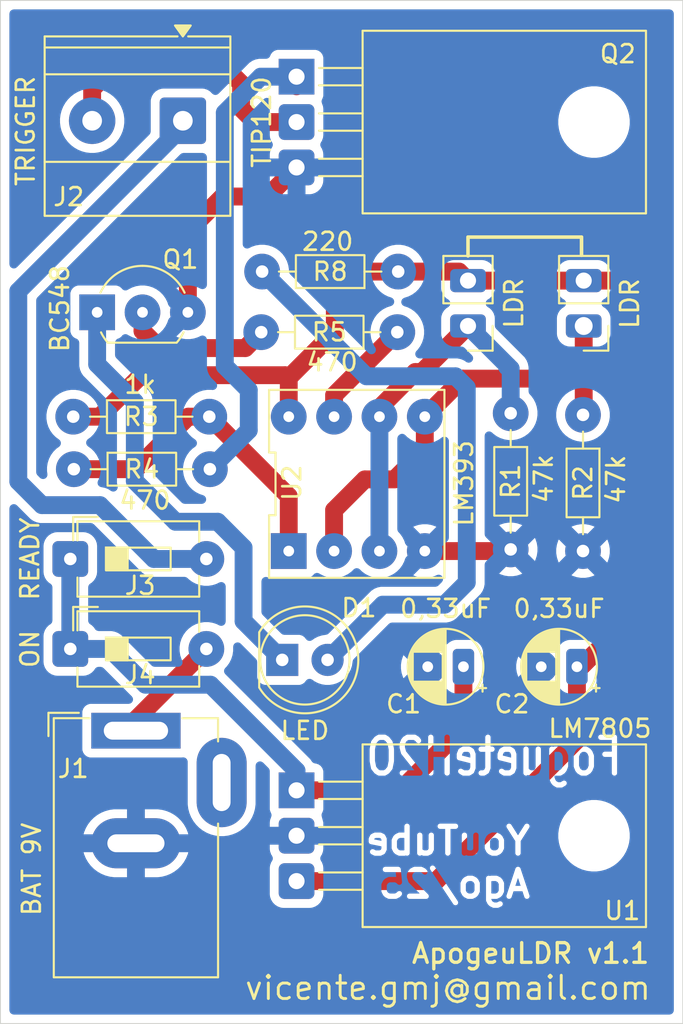
<source format=kicad_pcb>
(kicad_pcb (version 20241229) (generator "pcbnew") (generator_version "9.0")
  (layers (0 "F.Cu" signal) (2 "B.Cu" signal) (13 "F.Paste" user) (15 "B.Paste" user) (5 "F.SilkS" user "F.Silkscreen") (7 "B.SilkS" user "B.Silkscreen") (1 "F.Mask" user) (3 "B.Mask" user) (25 "Edge.Cuts" user))
  (net 0 "")
  (net 1 "Net-(J1-Pin_1)")
  (net 2 "/VCC")
  (net 3 "Net-(J2-Pin_1)")
  (net 4 "Net-(R3-Pad2)")
  (net 5 "/GND")
  (net 6 "Net-(D1-A)")
  (net 7 "Net-(Q2-B)")
  (net 8 "Net-(J2-Pin_2)")
  (net 9 "Net-(Q1-B)")
  (net 10 "Net-(D1-K)")
  (net 11 "Net-(R5-Pad1)")
  (net 12 "Net-(U2A-+)")
  (net 13 "Net-(U2A--)")
  (net 14 "Net-(J3-Pin_1)")
  (footprint "Button_Switch_THT:SW_DIP_SPSTx01_Slide_6.7x4.1mm_W7.62mm_P2.54mm_LowProfile" (layer "F.Cu") (at 103.33628 97.297742)
    (property "Reference" "J4" (at 3.91372 1.452258 180) (layer "F.SilkS"))
    (property "Value" "ON" (at -2.258842 0.003603 90) (layer "F.SilkS"))
    (fp_line (start 0.16 -2.35) (end 0.16 -1.04) (stroke (width 0.12)) (layer "F.SilkS"))
    (fp_line (start 0.16 -2.35) (end 1.543 -2.35) (stroke (width 0.12)) (layer "F.SilkS"))
    (fp_line (start 0.4 -2.11) (end 0.4 -1.04) (stroke (width 0.12)) (layer "F.SilkS"))
    (fp_line (start 0.4 -2.11) (end 7.22 -2.11) (stroke (width 0.12)) (layer "F.SilkS"))
    (fp_line (start 0.4 1.04) (end 0.4 2.11) (stroke (width 0.12)) (layer "F.SilkS"))
    (fp_line (start 0.4 2.11) (end 7.22 2.11) (stroke (width 0.12)) (layer "F.SilkS"))
    (fp_line (start 3.206667 -0.635) (end 3.206667 0.635) (stroke (width 0.12)) (layer "F.SilkS"))
    (fp_line (start 7.22 -2.11) (end 7.22 -0.96) (stroke (width 0.12)) (layer "F.SilkS"))
    (fp_line (start 7.22 0.96) (end 7.22 2.11) (stroke (width 0.12)) (layer "F.SilkS"))
    (fp_rect (start 2 -0.635) (end 3.206667 0.635) (stroke (width 0.12)) (fill yes) (layer "F.SilkS"))
    (fp_rect (start 2 -0.635) (end 5.62 0.635) (stroke (width 0.12)) (fill no) (layer "F.SilkS"))
    (pad "1" thru_hole roundrect (at 0 0) (size 2 2) (drill 0.7) (layers "*.Cu" "*.Mask") (roundrect_rratio 0.15625) (net 14 "Net-(J3-Pin_1)"))
    (pad "2" thru_hole circle (at 7.62 0) (size 2 2) (drill 0.7) (layers "*.Cu" "*.Mask") (net 1 "Net-(J1-Pin_1)"))
  )
  (footprint "Resistor_THT:R_Axial_DIN0204_L3.6mm_D1.6mm_P7.62mm_Horizontal" (layer "F.Cu") (at 132.050842 84.198424 -90)
    (property "Reference" "R2" (at 3.81 0 270) (layer "F.SilkS"))
    (property "Value" "47k" (at 3.605254 -1.840536 270) (layer "F.SilkS"))
    (fp_line (start 0.94 0) (end 1.89 0) (stroke (width 0.12)) (layer "F.SilkS"))
    (fp_line (start 6.68 0) (end 5.73 0) (stroke (width 0.12)) (layer "F.SilkS"))
    (fp_rect (start 1.89 -0.92) (end 5.73 0.92) (stroke (width 0.12)) (fill no) (layer "F.SilkS"))
    (pad "1" thru_hole circle (at 0 0 270) (size 2 2) (drill 0.7) (layers "*.Cu" "*.Mask") (net 13 "Net-(U2A--)"))
    (pad "2" thru_hole circle (at 7.62 0 270) (size 2 2) (drill 0.7) (layers "*.Cu" "*.Mask") (net 5 "/GND"))
  )
  (footprint "Resistor_THT:R_Axial_DIN0204_L3.6mm_D1.6mm_P7.62mm_Horizontal" (layer "F.Cu") (at 103.533062 87.239116)
    (property "Reference" "R4" (at 3.81 0 0) (layer "F.SilkS"))
    (property "Value" "470" (at 3.982403 1.74609 0) (layer "F.SilkS"))
    (fp_line (start 0.94 0) (end 1.89 0) (stroke (width 0.12)) (layer "F.SilkS"))
    (fp_line (start 6.68 0) (end 5.73 0) (stroke (width 0.12)) (layer "F.SilkS"))
    (fp_rect (start 1.89 -0.92) (end 5.73 0.92) (stroke (width 0.12)) (fill no) (layer "F.SilkS"))
    (pad "1" thru_hole circle (at 0 0) (size 2 2) (drill 0.7) (layers "*.Cu" "*.Mask") (net 4 "Net-(R3-Pad2)"))
    (pad "2" thru_hole circle (at 7.62 0) (size 2 2) (drill 0.7) (layers "*.Cu" "*.Mask") (net 7 "Net-(Q2-B)"))
  )
  (footprint "Resistor_THT:R_Axial_DIN0204_L3.6mm_D1.6mm_P7.62mm_Horizontal" (layer "F.Cu") (at 121.7 76.18 180)
    (property "Reference" "R8" (at 3.81 0 0) (layer "F.SilkS"))
    (property "Value" "220" (at 3.95 1.68 0) (layer "F.SilkS"))
    (fp_line (start 6.68 0) (end 5.73 0) (stroke (width 0.12)) (layer "F.SilkS"))
    (fp_line (start 0.94 0) (end 1.89 0) (stroke (width 0.12)) (layer "F.SilkS"))
    (fp_rect (start 1.89 -0.92) (end 5.73 0.92) (stroke (width 0.12)) (fill no) (layer "F.SilkS"))
    (pad "1" thru_hole circle (at 0 0 180) (size 2 2) (drill 0.7) (layers "*.Cu" "*.Mask") (net 2 "/VCC"))
    (pad "2" thru_hole circle (at 7.62 0 180) (size 2 2) (drill 0.7) (layers "*.Cu" "*.Mask") (net 6 "Net-(D1-A)"))
  )
  (footprint "Package_TO_SOT_THT:TO-92L_Inline_Wide" (layer "F.Cu") (at 104.84 78.46)
    (property "Reference" "Q1" (at 4.66 -2.96 0) (layer "F.SilkS"))
    (property "Value" "BC548" (at -2.09 -0.21 90) (layer "F.SilkS"))
    (fp_line (start 0.6 1.7) (end 4.45 1.7) (stroke (width 0.12)) (layer "F.SilkS"))
    (fp_arc (start 0.1836 -1.098807) (mid 1.143021 -2.192817) (end 2.54 -2.6) (stroke (width 0.12)) (layer "F.SilkS"))
    (fp_arc (start 0.6 1.7) (mid 0.389183 1.423933) (end 0.217369 1.122045) (stroke (width 0.12)) (layer "F.SilkS"))
    (fp_arc (start 2.54 -2.6) (mid 3.936979 -2.192818) (end 4.8964 -1.098807) (stroke (width 0.12)) (layer "F.SilkS"))
    (fp_arc (start 4.842383 1.112264) (mid 4.666594 1.419753) (end 4.45 1.7) (stroke (width 0.12)) (layer "F.SilkS"))
    (pad "1" thru_hole rect (at 0 0) (size 2 2) (drill 0.6) (layers "*.Cu" "*.Mask") (net 10 "Net-(D1-K)"))
    (pad "2" thru_hole circle (at 2.54 0) (size 2 2) (drill 0.6) (layers "*.Cu" "*.Mask") (net 9 "Net-(Q1-B)"))
    (pad "3" thru_hole circle (at 5.08 0) (size 2 2) (drill 0.6) (layers "*.Cu" "*.Mask") (net 5 "/GND"))
  )
  (footprint "Connector_PinHeader_2.54mm:PinHeader_1x02_P2.54mm_Vertical" (layer "F.Cu") (at 125.61 79.225 180)
    (property "Reference" "R6" (hide yes))
    (property "Value" "LDR" (at -2.57 1.275 90) (layer "F.SilkS"))
    (fp_line (start 1.38 1.27) (end 1.38 3.92) (stroke (width 0.12)) (layer "F.SilkS"))
    (fp_line (start -1.38 3.92) (end 1.38 3.92) (stroke (width 0.12)) (layer "F.SilkS"))
    (fp_line (start -1.38 1.27) (end 1.38 1.27) (stroke (width 0.12)) (layer "F.SilkS"))
    (fp_line (start -1.38 1.27) (end -1.38 3.92) (stroke (width 0.12)) (layer "F.SilkS"))
    (fp_line (start -1.38 0) (end -1.38 -1.38) (stroke (width 0.12)) (layer "F.SilkS"))
    (fp_line (start -1.38 -1.38) (end 0 -1.38) (stroke (width 0.12)) (layer "F.SilkS"))
    (pad "1" thru_hole roundrect (at 0 0 180) (size 2 1.3) (drill 0.9) (layers "*.Cu" "*.Mask") (roundrect_rratio 0.2) (net 12 "Net-(U2A-+)"))
    (pad "2" thru_hole roundrect (at 0 2.54 180) (size 2 1.3) (drill 0.9) (layers "*.Cu" "*.Mask") (roundrect_rratio 0.2) (net 2 "/VCC"))
  )
  (footprint "Package_TO_SOT_THT:TO-220-3_Horizontal_TabDown" (layer "F.Cu") (at 116.007297 65.27298 -90)
    (property "Reference" "Q2" (at -1.27298 -17.992703 180) (layer "F.SilkS"))
    (property "Value" "TIP120" (at 2.54 1.95 90) (layer "F.SilkS"))
    (fp_line (start -2.57 -3.7) (end 7.65 -3.7) (stroke (width 0.12)) (layer "F.SilkS"))
    (fp_line (start -2.57 -3.7) (end -2.57 -19.57) (stroke (width 0.12)) (layer "F.SilkS"))
    (fp_line (start -0.485 -3.7) (end -0.485 -1.26) (stroke (width 0.12)) (layer "F.SilkS"))
    (fp_line (start 0.485 -3.7) (end 0.485 -1.26) (stroke (width 0.12)) (layer "F.SilkS"))
    (fp_line (start 2.055 -3.7) (end 2.055 -1.26) (stroke (width 0.12)) (layer "F.SilkS"))
    (fp_line (start 3.025 -3.7) (end 3.025 -1.26) (stroke (width 0.12)) (layer "F.SilkS"))
    (fp_line (start 4.595 -3.7) (end 4.595 -1.26) (stroke (width 0.12)) (layer "F.SilkS"))
    (fp_line (start 5.565 -3.7) (end 5.565 -1.26) (stroke (width 0.12)) (layer "F.SilkS"))
    (fp_line (start 7.65 -3.7) (end 7.65 -19.57) (stroke (width 0.12)) (layer "F.SilkS"))
    (fp_line (start -2.57 -19.57) (end 7.65 -19.57) (stroke (width 0.12)) (layer "F.SilkS"))
    (pad "" np_thru_hole circle (at 2.54 -16.66 270) (size 3.5 3.5) (drill 3.5) (layers "*.Cu" "*.Mask"))
    (pad "1" thru_hole rect (at 0 0 270) (size 2 2) (drill 0.9) (layers "*.Cu" "*.Mask") (net 7 "Net-(Q2-B)"))
    (pad "2" thru_hole roundrect (at 2.54 0 270) (size 2 2) (drill 0.9) (layers "*.Cu" "*.Mask") (roundrect_rratio 0.15625) (net 8 "Net-(J2-Pin_2)"))
    (pad "3" thru_hole roundrect (at 5.08 0 270) (size 2 2) (drill 0.9) (layers "*.Cu" "*.Mask") (roundrect_rratio 0.15625) (net 5 "/GND"))
  )
  (footprint "Resistor_THT:R_Axial_DIN0204_L3.6mm_D1.6mm_P7.62mm_Horizontal" (layer "F.Cu") (at 103.5 84.3)
    (property "Reference" "R3" (at 3.81 0 0) (layer "F.SilkS"))
    (property "Value" "1k" (at 3.75 -1.8 0) (layer "F.SilkS"))
    (fp_line (start 0.94 0) (end 1.89 0) (stroke (width 0.12)) (layer "F.SilkS"))
    (fp_line (start 6.68 0) (end 5.73 0) (stroke (width 0.12)) (layer "F.SilkS"))
    (fp_rect (start 1.89 -0.92) (end 5.73 0.92) (stroke (width 0.12)) (fill no) (layer "F.SilkS"))
    (pad "1" thru_hole circle (at 0 0) (size 2 2) (drill 0.7) (layers "*.Cu" "*.Mask") (net 2 "/VCC"))
    (pad "2" thru_hole circle (at 7.62 0) (size 2 2) (drill 0.7) (layers "*.Cu" "*.Mask") (net 4 "Net-(R3-Pad2)"))
  )
  (footprint "Button_Switch_THT:SW_DIP_SPSTx01_Slide_6.7x4.1mm_W7.62mm_P2.54mm_LowProfile" (layer "F.Cu") (at 103.33628 92.2625)
    (property "Reference" "J3" (at 3.91372 1.4875 0) (layer "F.SilkS"))
    (property "Value" "READY" (at -2.258842 0 90) (layer "F.SilkS"))
    (fp_line (start 0.16 -2.35) (end 0.16 -1.04) (stroke (width 0.12)) (layer "F.SilkS"))
    (fp_line (start 0.16 -2.35) (end 1.543 -2.35) (stroke (width 0.12)) (layer "F.SilkS"))
    (fp_line (start 0.4 -2.11) (end 0.4 -1.04) (stroke (width 0.12)) (layer "F.SilkS"))
    (fp_line (start 0.4 -2.11) (end 7.22 -2.11) (stroke (width 0.12)) (layer "F.SilkS"))
    (fp_line (start 0.4 1.04) (end 0.4 2.11) (stroke (width 0.12)) (layer "F.SilkS"))
    (fp_line (start 0.4 2.11) (end 7.22 2.11) (stroke (width 0.12)) (layer "F.SilkS"))
    (fp_line (start 3.206667 -0.635) (end 3.206667 0.635) (stroke (width 0.12)) (layer "F.SilkS"))
    (fp_line (start 7.22 -2.11) (end 7.22 -0.96) (stroke (width 0.12)) (layer "F.SilkS"))
    (fp_line (start 7.22 0.96) (end 7.22 2.11) (stroke (width 0.12)) (layer "F.SilkS"))
    (fp_rect (start 2 -0.635) (end 3.206667 0.635) (stroke (width 0.12)) (fill yes) (layer "F.SilkS"))
    (fp_rect (start 2 -0.635) (end 5.62 0.635) (stroke (width 0.12)) (fill no) (layer "F.SilkS"))
    (pad "1" thru_hole roundrect (at 0 0) (size 2 2) (drill 0.7) (layers "*.Cu" "*.Mask") (roundrect_rratio 0.15625) (net 14 "Net-(J3-Pin_1)"))
    (pad "2" thru_hole circle (at 7.62 0) (size 2 2) (drill 0.7) (layers "*.Cu" "*.Mask") (net 3 "Net-(J2-Pin_1)"))
  )
  (footprint "Capacitor_THT:CP_Radial_D4.0mm_P2.00mm" (layer "F.Cu") (at 125.354443 98.292287 180)
    (property "Reference" "C1" (at 3.354443 -2.09 0) (layer "F.SilkS"))
    (property "Value" "0,33uF" (at 1 3.25 0) (layer "F.SilkS"))
    (fp_line (start 3.08 -0.37) (end 3.08 0.37) (stroke (width 0.12)) (layer "F.SilkS"))
    (fp_line (start 3.04 -0.537) (end 3.04 0.537) (stroke (width 0.12)) (layer "F.SilkS"))
    (fp_line (start 3 -0.663) (end 3 0.663) (stroke (width 0.12)) (layer "F.SilkS"))
    (fp_line (start 2.96 -0.768) (end 2.96 0.768) (stroke (width 0.12)) (layer "F.SilkS"))
    (fp_line (start 2.92 -0.859) (end 2.92 0.859) (stroke (width 0.12)) (layer "F.SilkS"))
    (fp_line (start 2.88 -0.94) (end 2.88 0.94) (stroke (width 0.12)) (layer "F.SilkS"))
    (fp_line (start 2.84 -1.013) (end 2.84 1.013) (stroke (width 0.12)) (layer "F.SilkS"))
    (fp_line (start 2.8 0.84) (end 2.8 1.08) (stroke (width 0.12)) (layer "F.SilkS"))
    (fp_line (start 2.8 -1.08) (end 2.8 -0.84) (stroke (width 0.12)) (layer "F.SilkS"))
    (fp_line (start 2.76 0.84) (end 2.76 1.142) (stroke (width 0.12)) (layer "F.SilkS"))
    (fp_line (start 2.76 -1.142) (end 2.76 -0.84) (stroke (width 0.12)) (layer "F.SilkS"))
    (fp_line (start 2.72 0.84) (end 2.72 1.199) (stroke (width 0.12)) (layer "F.SilkS"))
    (fp_line (start 2.72 -1.199) (end 2.72 -0.84) (stroke (width 0.12)) (layer "F.SilkS"))
    (fp_line (start 2.68 0.84) (end 2.68 1.253) (stroke (width 0.12)) (layer "F.SilkS"))
    (fp_line (start 2.68 -1.253) (end 2.68 -0.84) (stroke (width 0.12)) (layer "F.SilkS"))
    (fp_line (start 2.64 0.84) (end 2.64 1.303) (stroke (width 0.12)) (layer "F.SilkS"))
    (fp_line (start 2.64 -1.303) (end 2.64 -0.84) (stroke (width 0.12)) (layer "F.SilkS"))
    (fp_line (start 2.6 0.84) (end 2.6 1.351) (stroke (width 0.12)) (layer "F.SilkS"))
    (fp_line (start 2.6 -1.351) (end 2.6 -0.84) (stroke (width 0.12)) (layer "F.SilkS"))
    (fp_line (start 2.56 0.84) (end 2.56 1.396) (stroke (width 0.12)) (layer "F.SilkS"))
    (fp_line (start 2.56 -1.396) (end 2.56 -0.84) (stroke (width 0.12)) (layer "F.SilkS"))
    (fp_line (start 2.52 0.84) (end 2.52 1.438) (stroke (width 0.12)) (layer "F.SilkS"))
    (fp_line (start 2.52 -1.438) (end 2.52 -0.84) (stroke (width 0.12)) (layer "F.SilkS"))
    (fp_line (start 2.48 0.84) (end 2.48 1.478) (stroke (width 0.12)) (layer "F.SilkS"))
    (fp_line (start 2.48 -1.478) (end 2.48 -0.84) (stroke (width 0.12)) (layer "F.SilkS"))
    (fp_line (start 2.44 0.84) (end 2.44 1.516) (stroke (width 0.12)) (layer "F.SilkS"))
    (fp_line (start 2.44 -1.516) (end 2.44 -0.84) (stroke (width 0.12)) (layer "F.SilkS"))
    (fp_line (start 2.4 0.84) (end 2.4 1.552) (stroke (width 0.12)) (layer "F.SilkS"))
    (fp_line (start 2.4 -1.552) (end 2.4 -0.84) (stroke (width 0.12)) (layer "F.SilkS"))
    (fp_line (start 2.36 0.84) (end 2.36 1.586) (stroke (width 0.12)) (layer "F.SilkS"))
    (fp_line (start 2.36 -1.586) (end 2.36 -0.84) (stroke (width 0.12)) (layer "F.SilkS"))
    (fp_line (start 2.32 0.84) (end 2.32 1.619) (stroke (width 0.12)) (layer "F.SilkS"))
    (fp_line (start 2.32 -1.619) (end 2.32 -0.84) (stroke (width 0.12)) (layer "F.SilkS"))
    (fp_line (start 2.28 0.84) (end 2.28 1.65) (stroke (width 0.12)) (layer "F.SilkS"))
    (fp_line (start 2.28 -1.65) (end 2.28 -0.84) (stroke (width 0.12)) (layer "F.SilkS"))
    (fp_line (start 2.24 0.84) (end 2.24 1.68) (stroke (width 0.12)) (layer "F.SilkS"))
    (fp_line (start 2.24 -1.68) (end 2.24 -0.84) (stroke (width 0.12)) (layer "F.SilkS"))
    (fp_line (start 2.2 0.84) (end 2.2 1.708) (stroke (width 0.12)) (layer "F.SilkS"))
    (fp_line (start 2.2 -1.708) (end 2.2 -0.84) (stroke (width 0.12)) (layer "F.SilkS"))
    (fp_line (start 2.16 0.84) (end 2.16 1.734) (stroke (width 0.12)) (layer "F.SilkS"))
    (fp_line (start 2.16 -1.734) (end 2.16 -0.84) (stroke (width 0.12)) (layer "F.SilkS"))
    (fp_line (start 2.12 0.84) (end 2.12 1.76) (stroke (width 0.12)) (layer "F.SilkS"))
    (fp_line (start 2.12 -1.76) (end 2.12 -0.84) (stroke (width 0.12)) (layer "F.SilkS"))
    (fp_line (start 2.08 0.84) (end 2.08 1.784) (stroke (width 0.12)) (layer "F.SilkS"))
    (fp_line (start 2.08 -1.784) (end 2.08 -0.84) (stroke (width 0.12)) (layer "F.SilkS"))
    (fp_line (start 2.04 0.84) (end 2.04 1.807) (stroke (width 0.12)) (layer "F.SilkS"))
    (fp_line (start 2.04 -1.807) (end 2.04 -0.84) (stroke (width 0.12)) (layer "F.SilkS"))
    (fp_line (start 2 0.84) (end 2 1.829) (stroke (width 0.12)) (layer "F.SilkS"))
    (fp_line (start 2 -1.829) (end 2 -0.84) (stroke (width 0.12)) (layer "F.SilkS"))
    (fp_line (start 1.96 0.84) (end 1.96 1.85) (stroke (width 0.12)) (layer "F.SilkS"))
    (fp_line (start 1.96 -1.85) (end 1.96 -0.84) (stroke (width 0.12)) (layer "F.SilkS"))
    (fp_line (start 1.92 0.84) (end 1.92 1.87) (stroke (width 0.12)) (layer "F.SilkS"))
    (fp_line (start 1.92 -1.87) (end 1.92 -0.84) (stroke (width 0.12)) (layer "F.SilkS"))
    (fp_line (start 1.88 0.84) (end 1.88 1.889) (stroke (width 0.12)) (layer "F.SilkS"))
    (fp_line (start 1.88 -1.889) (end 1.88 -0.84) (stroke (width 0.12)) (layer "F.SilkS"))
    (fp_line (start 1.84 0.84) (end 1.84 1.906) (stroke (width 0.12)) (layer "F.SilkS"))
    (fp_line (start 1.84 -1.906) (end 1.84 -0.84) (stroke (width 0.12)) (layer "F.SilkS"))
    (fp_line (start 1.8 0.84) (end 1.8 1.923) (stroke (width 0.12)) (layer "F.SilkS"))
    (fp_line (start 1.8 -1.923) (end 1.8 -0.84) (stroke (width 0.12)) (layer "F.SilkS"))
    (fp_line (start 1.76 0.84) (end 1.76 1.939) (stroke (width 0.12)) (layer "F.SilkS"))
    (fp_line (start 1.76 -1.939) (end 1.76 -0.84) (stroke (width 0.12)) (layer "F.SilkS"))
    (fp_line (start 1.72 0.84) (end 1.72 1.954) (stroke (width 0.12)) (layer "F.SilkS"))
    (fp_line (start 1.72 -1.954) (end 1.72 -0.84) (stroke (width 0.12)) (layer "F.SilkS"))
    (fp_line (start 1.68 0.84) (end 1.68 1.968) (stroke (width 0.12)) (layer "F.SilkS"))
    (fp_line (start 1.68 -1.968) (end 1.68 -0.84) (stroke (width 0.12)) (layer "F.SilkS"))
    (fp_line (start 1.64 0.84) (end 1.64 1.981) (stroke (width 0.12)) (layer "F.SilkS"))
    (fp_line (start 1.64 -1.981) (end 1.64 -0.84) (stroke (width 0.12)) (layer "F.SilkS"))
    (fp_line (start 1.6 0.84) (end 1.6 1.993) (stroke (width 0.12)) (layer "F.SilkS"))
    (fp_line (start 1.6 -1.993) (end 1.6 -0.84) (stroke (width 0.12)) (layer "F.SilkS"))
    (fp_line (start 1.56 0.84) (end 1.56 2.005) (stroke (width 0.12)) (layer "F.SilkS"))
    (fp_line (start 1.56 -2.005) (end 1.56 -0.84) (stroke (width 0.12)) (layer "F.SilkS"))
    (fp_line (start 1.52 0.84) (end 1.52 2.015) (stroke (width 0.12)) (layer "F.SilkS"))
    (fp_line (start 1.52 -2.015) (end 1.52 -0.84) (stroke (width 0.12)) (layer "F.SilkS"))
    (fp_line (start 1.48 0.84) (end 1.48 2.025) (stroke (width 0.12)) (layer "F.SilkS"))
    (fp_line (start 1.48 -2.025) (end 1.48 -0.84) (stroke (width 0.12)) (layer "F.SilkS"))
    (fp_line (start 1.44 0.84) (end 1.44 2.034) (stroke (width 0.12)) (layer "F.SilkS"))
    (fp_line (start 1.44 -2.034) (end 1.44 -0.84) (stroke (width 0.12)) (layer "F.SilkS"))
    (fp_line (start 1.4 0.84) (end 1.4 2.042) (stroke (width 0.12)) (layer "F.SilkS"))
    (fp_line (start 1.4 -2.042) (end 1.4 -0.84) (stroke (width 0.12)) (layer "F.SilkS"))
    (fp_line (start 1.36 0.84) (end 1.36 2.049) (stroke (width 0.12)) (layer "F.SilkS"))
    (fp_line (start 1.36 -2.049) (end 1.36 -0.84) (stroke (width 0.12)) (layer "F.SilkS"))
    (fp_line (start 1.32 0.84) (end 1.32 2.056) (stroke (width 0.12)) (layer "F.SilkS"))
    (fp_line (start 1.32 -2.056) (end 1.32 -0.84) (stroke (width 0.12)) (layer "F.SilkS"))
    (fp_line (start 1.28 0.84) (end 1.28 2.061) (stroke (width 0.12)) (layer "F.SilkS"))
    (fp_line (start 1.28 -2.061) (end 1.28 -0.84) (stroke (width 0.12)) (layer "F.SilkS"))
    (fp_line (start 1.24 0.84) (end 1.24 2.066) (stroke (width 0.12)) (layer "F.SilkS"))
    (fp_line (start 1.24 -2.066) (end 1.24 -0.84) (stroke (width 0.12)) (layer "F.SilkS"))
    (fp_line (start 1.2 0.84) (end 1.2 2.071) (stroke (width 0.12)) (layer "F.SilkS"))
    (fp_line (start 1.2 -2.071) (end 1.2 -0.84) (stroke (width 0.12)) (layer "F.SilkS"))
    (fp_line (start 1.16 -2.074) (end 1.16 2.074) (stroke (width 0.12)) (layer "F.SilkS"))
    (fp_line (start 1.12 -2.077) (end 1.12 2.077) (stroke (width 0.12)) (layer "F.SilkS"))
    (fp_line (start 1.08 -2.078) (end 1.08 2.078) (stroke (width 0.12)) (layer "F.SilkS"))
    (fp_line (start 1.04 -2.08) (end 1.04 2.08) (stroke (width 0.12)) (layer "F.SilkS"))
    (fp_line (start 1 -2.08) (end 1 2.08) (stroke (width 0.12)) (layer "F.SilkS"))
    (fp_line (start -1.069801 -1.395) (end -1.069801 -0.995) (stroke (width 0.12)) (layer "F.SilkS"))
    (fp_line (start -1.269801 -1.195) (end -0.869801 -1.195) (stroke (width 0.12)) (layer "F.SilkS"))
    (fp_circle (center 1 0) (end 3.12 0) (stroke (width 0.12)) (fill no) (layer "F.SilkS"))
    (pad "1" thru_hole roundrect (at 0 0 180) (size 1.2 2) (drill 0.6) (layers "*.Cu" "*.Mask") (roundrect_rratio 0.208333) (net 14 "Net-(J3-Pin_1)"))
    (pad "2" thru_hole circle (at 2 0 180) (size 2 2) (drill 0.6) (layers "*.Cu" "*.Mask") (net 5 "/GND"))
  )
  (footprint "Library:DIP-8_296_ELL" (layer "F.Cu") (at 119.38 88.06)
    (property "Reference" "U2" (at -3.63 -0.06 90) (layer "F.SilkS"))
    (property "Value" "LM393" (at 6 -0.03 270) (layer "F.SilkS"))
    (fp_line (start -4.91 -5.26) (end -4.91 -1.753333) (stroke (width 0.12)) (layer "F.SilkS"))
    (fp_line (start -4.91 -1.753333) (end -4.55 -1.753333) (stroke (width 0.12)) (layer "F.SilkS"))
    (fp_line (start -4.91 1.753333) (end -4.91 5.26) (stroke (width 0.12)) (layer "F.SilkS"))
    (fp_line (start -4.91 5.26) (end 4.91 5.26) (stroke (width 0.12)) (layer "F.SilkS"))
    (fp_line (start -4.55 -1.753333) (end -4.55 1.753333) (stroke (width 0.12)) (layer "F.SilkS"))
    (fp_line (start -4.55 1.753333) (end -4.91 1.753333) (stroke (width 0.12)) (layer "F.SilkS"))
    (fp_line (start 4.91 -5.26) (end -4.91 -5.26) (stroke (width 0.12)) (layer "F.SilkS"))
    (fp_line (start 4.91 5.26) (end 4.91 -5.26) (stroke (width 0.12)) (layer "F.SilkS"))
    (pad "1" thru_hole rect (at -3.81 3.76) (size 2 2) (drill 0.6) (layers "*.Cu" "*.Mask") (net 4 "Net-(R3-Pad2)"))
    (pad "2" thru_hole circle (at -1.27 3.76) (size 2 2) (drill 0.6) (layers "*.Cu" "*.Mask") (net 13 "Net-(U2A--)"))
    (pad "3" thru_hole circle (at 1.27 3.76) (size 2 2) (drill 0.6) (layers "*.Cu" "*.Mask") (net 12 "Net-(U2A-+)"))
    (pad "4" thru_hole oval (at 3.81 3.76) (size 2 2) (drill 0.6) (layers "*.Cu" "*.Mask") (net 5 "/GND"))
    (pad "5" thru_hole circle (at 3.81 -3.76) (size 2 2) (drill 0.6) (layers "*.Cu" "*.Mask") (net 13 "Net-(U2A--)"))
    (pad "6" thru_hole circle (at 1.27 -3.76) (size 2 2) (drill 0.6) (layers "*.Cu" "*.Mask") (net 12 "Net-(U2A-+)"))
    (pad "7" thru_hole circle (at -1.27 -3.76) (size 2 2) (drill 0.6) (layers "*.Cu" "*.Mask") (net 11 "Net-(R5-Pad1)"))
    (pad "8" thru_hole oval (at -3.81 -3.76) (size 2 2) (drill 0.6) (layers "*.Cu" "*.Mask") (net 2 "/VCC"))
  )
  (footprint "Capacitor_THT:CP_Radial_D4.0mm_P2.00mm" (layer "F.Cu") (at 131.71 98.292287 180)
    (property "Reference" "C2" (at 3.64 -2.09 0) (layer "F.SilkS"))
    (property "Value" "0,33uF" (at 1 3.25 0) (layer "F.SilkS"))
    (fp_line (start 3.08 -0.37) (end 3.08 0.37) (stroke (width 0.12)) (layer "F.SilkS"))
    (fp_line (start 3.04 -0.537) (end 3.04 0.537) (stroke (width 0.12)) (layer "F.SilkS"))
    (fp_line (start 3 -0.663) (end 3 0.663) (stroke (width 0.12)) (layer "F.SilkS"))
    (fp_line (start 2.96 -0.768) (end 2.96 0.768) (stroke (width 0.12)) (layer "F.SilkS"))
    (fp_line (start 2.92 -0.859) (end 2.92 0.859) (stroke (width 0.12)) (layer "F.SilkS"))
    (fp_line (start 2.88 -0.94) (end 2.88 0.94) (stroke (width 0.12)) (layer "F.SilkS"))
    (fp_line (start 2.84 -1.013) (end 2.84 1.013) (stroke (width 0.12)) (layer "F.SilkS"))
    (fp_line (start 2.8 0.84) (end 2.8 1.08) (stroke (width 0.12)) (layer "F.SilkS"))
    (fp_line (start 2.8 -1.08) (end 2.8 -0.84) (stroke (width 0.12)) (layer "F.SilkS"))
    (fp_line (start 2.76 0.84) (end 2.76 1.142) (stroke (width 0.12)) (layer "F.SilkS"))
    (fp_line (start 2.76 -1.142) (end 2.76 -0.84) (stroke (width 0.12)) (layer "F.SilkS"))
    (fp_line (start 2.72 0.84) (end 2.72 1.199) (stroke (width 0.12)) (layer "F.SilkS"))
    (fp_line (start 2.72 -1.199) (end 2.72 -0.84) (stroke (width 0.12)) (layer "F.SilkS"))
    (fp_line (start 2.68 0.84) (end 2.68 1.253) (stroke (width 0.12)) (layer "F.SilkS"))
    (fp_line (start 2.68 -1.253) (end 2.68 -0.84) (stroke (width 0.12)) (layer "F.SilkS"))
    (fp_line (start 2.64 0.84) (end 2.64 1.303) (stroke (width 0.12)) (layer "F.SilkS"))
    (fp_line (start 2.64 -1.303) (end 2.64 -0.84) (stroke (width 0.12)) (layer "F.SilkS"))
    (fp_line (start 2.6 0.84) (end 2.6 1.351) (stroke (width 0.12)) (layer "F.SilkS"))
    (fp_line (start 2.6 -1.351) (end 2.6 -0.84) (stroke (width 0.12)) (layer "F.SilkS"))
    (fp_line (start 2.56 0.84) (end 2.56 1.396) (stroke (width 0.12)) (layer "F.SilkS"))
    (fp_line (start 2.56 -1.396) (end 2.56 -0.84) (stroke (width 0.12)) (layer "F.SilkS"))
    (fp_line (start 2.52 0.84) (end 2.52 1.438) (stroke (width 0.12)) (layer "F.SilkS"))
    (fp_line (start 2.52 -1.438) (end 2.52 -0.84) (stroke (width 0.12)) (layer "F.SilkS"))
    (fp_line (start 2.48 0.84) (end 2.48 1.478) (stroke (width 0.12)) (layer "F.SilkS"))
    (fp_line (start 2.48 -1.478) (end 2.48 -0.84) (stroke (width 0.12)) (layer "F.SilkS"))
    (fp_line (start 2.44 0.84) (end 2.44 1.516) (stroke (width 0.12)) (layer "F.SilkS"))
    (fp_line (start 2.44 -1.516) (end 2.44 -0.84) (stroke (width 0.12)) (layer "F.SilkS"))
    (fp_line (start 2.4 0.84) (end 2.4 1.552) (stroke (width 0.12)) (layer "F.SilkS"))
    (fp_line (start 2.4 -1.552) (end 2.4 -0.84) (stroke (width 0.12)) (layer "F.SilkS"))
    (fp_line (start 2.36 0.84) (end 2.36 1.586) (stroke (width 0.12)) (layer "F.SilkS"))
    (fp_line (start 2.36 -1.586) (end 2.36 -0.84) (stroke (width 0.12)) (layer "F.SilkS"))
    (fp_line (start 2.32 0.84) (end 2.32 1.619) (stroke (width 0.12)) (layer "F.SilkS"))
    (fp_line (start 2.32 -1.619) (end 2.32 -0.84) (stroke (width 0.12)) (layer "F.SilkS"))
    (fp_line (start 2.28 0.84) (end 2.28 1.65) (stroke (width 0.12)) (layer "F.SilkS"))
    (fp_line (start 2.28 -1.65) (end 2.28 -0.84) (stroke (width 0.12)) (layer "F.SilkS"))
    (fp_line (start 2.24 0.84) (end 2.24 1.68) (stroke (width 0.12)) (layer "F.SilkS"))
    (fp_line (start 2.24 -1.68) (end 2.24 -0.84) (stroke (width 0.12)) (layer "F.SilkS"))
    (fp_line (start 2.2 0.84) (end 2.2 1.708) (stroke (width 0.12)) (layer "F.SilkS"))
    (fp_line (start 2.2 -1.708) (end 2.2 -0.84) (stroke (width 0.12)) (layer "F.SilkS"))
    (fp_line (start 2.16 0.84) (end 2.16 1.734) (stroke (width 0.12)) (layer "F.SilkS"))
    (fp_line (start 2.16 -1.734) (end 2.16 -0.84) (stroke (width 0.12)) (layer "F.SilkS"))
    (fp_line (start 2.12 0.84) (end 2.12 1.76) (stroke (width 0.12)) (layer "F.SilkS"))
    (fp_line (start 2.12 -1.76) (end 2.12 -0.84) (stroke (width 0.12)) (layer "F.SilkS"))
    (fp_line (start 2.08 0.84) (end 2.08 1.784) (stroke (width 0.12)) (layer "F.SilkS"))
    (fp_line (start 2.08 -1.784) (end 2.08 -0.84) (stroke (width 0.12)) (layer "F.SilkS"))
    (fp_line (start 2.04 0.84) (end 2.04 1.807) (stroke (width 0.12)) (layer "F.SilkS"))
    (fp_line (start 2.04 -1.807) (end 2.04 -0.84) (stroke (width 0.12)) (layer "F.SilkS"))
    (fp_line (start 2 0.84) (end 2 1.829) (stroke (width 0.12)) (layer "F.SilkS"))
    (fp_line (start 2 -1.829) (end 2 -0.84) (stroke (width 0.12)) (layer "F.SilkS"))
    (fp_line (start 1.96 0.84) (end 1.96 1.85) (stroke (width 0.12)) (layer "F.SilkS"))
    (fp_line (start 1.96 -1.85) (end 1.96 -0.84) (stroke (width 0.12)) (layer "F.SilkS"))
    (fp_line (start 1.92 0.84) (end 1.92 1.87) (stroke (width 0.12)) (layer "F.SilkS"))
    (fp_line (start 1.92 -1.87) (end 1.92 -0.84) (stroke (width 0.12)) (layer "F.SilkS"))
    (fp_line (start 1.88 0.84) (end 1.88 1.889) (stroke (width 0.12)) (layer "F.SilkS"))
    (fp_line (start 1.88 -1.889) (end 1.88 -0.84) (stroke (width 0.12)) (layer "F.SilkS"))
    (fp_line (start 1.84 0.84) (end 1.84 1.906) (stroke (width 0.12)) (layer "F.SilkS"))
    (fp_line (start 1.84 -1.906) (end 1.84 -0.84) (stroke (width 0.12)) (layer "F.SilkS"))
    (fp_line (start 1.8 0.84) (end 1.8 1.923) (stroke (width 0.12)) (layer "F.SilkS"))
    (fp_line (start 1.8 -1.923) (end 1.8 -0.84) (stroke (width 0.12)) (layer "F.SilkS"))
    (fp_line (start 1.76 0.84) (end 1.76 1.939) (stroke (width 0.12)) (layer "F.SilkS"))
    (fp_line (start 1.76 -1.939) (end 1.76 -0.84) (stroke (width 0.12)) (layer "F.SilkS"))
    (fp_line (start 1.72 0.84) (end 1.72 1.954) (stroke (width 0.12)) (layer "F.SilkS"))
    (fp_line (start 1.72 -1.954) (end 1.72 -0.84) (stroke (width 0.12)) (layer "F.SilkS"))
    (fp_line (start 1.68 0.84) (end 1.68 1.968) (stroke (width 0.12)) (layer "F.SilkS"))
    (fp_line (start 1.68 -1.968) (end 1.68 -0.84) (stroke (width 0.12)) (layer "F.SilkS"))
    (fp_line (start 1.64 0.84) (end 1.64 1.981) (stroke (width 0.12)) (layer "F.SilkS"))
    (fp_line (start 1.64 -1.981) (end 1.64 -0.84) (stroke (width 0.12)) (layer "F.SilkS"))
    (fp_line (start 1.6 0.84) (end 1.6 1.993) (stroke (width 0.12)) (layer "F.SilkS"))
    (fp_line (start 1.6 -1.993) (end 1.6 -0.84) (stroke (width 0.12)) (layer "F.SilkS"))
    (fp_line (start 1.56 0.84) (end 1.56 2.005) (stroke (width 0.12)) (layer "F.SilkS"))
    (fp_line (start 1.56 -2.005) (end 1.56 -0.84) (stroke (width 0.12)) (layer "F.SilkS"))
    (fp_line (start 1.52 0.84) (end 1.52 2.015) (stroke (width 0.12)) (layer "F.SilkS"))
    (fp_line (start 1.52 -2.015) (end 1.52 -0.84) (stroke (width 0.12)) (layer "F.SilkS"))
    (fp_line (start 1.48 0.84) (end 1.48 2.025) (stroke (width 0.12)) (layer "F.SilkS"))
    (fp_line (start 1.48 -2.025) (end 1.48 -0.84) (stroke (width 0.12)) (layer "F.SilkS"))
    (fp_line (start 1.44 0.84) (end 1.44 2.034) (stroke (width 0.12)) (layer "F.SilkS"))
    (fp_line (start 1.44 -2.034) (end 1.44 -0.84) (stroke (width 0.12)) (layer "F.SilkS"))
    (fp_line (start 1.4 0.84) (end 1.4 2.042) (stroke (width 0.12)) (layer "F.SilkS"))
    (fp_line (start 1.4 -2.042) (end 1.4 -0.84) (stroke (width 0.12)) (layer "F.SilkS"))
    (fp_line (start 1.36 0.84) (end 1.36 2.049) (stroke (width 0.12)) (layer "F.SilkS"))
    (fp_line (start 1.36 -2.049) (end 1.36 -0.84) (stroke (width 0.12)) (layer "F.SilkS"))
    (fp_line (start 1.32 0.84) (end 1.32 2.056) (stroke (width 0.12)) (layer "F.SilkS"))
    (fp_line (start 1.32 -2.056) (end 1.32 -0.84) (stroke (width 0.12)) (layer "F.SilkS"))
    (fp_line (start 1.28 0.84) (end 1.28 2.061) (stroke (width 0.12)) (layer "F.SilkS"))
    (fp_line (start 1.28 -2.061) (end 1.28 -0.84) (stroke (width 0.12)) (layer "F.SilkS"))
    (fp_line (start 1.24 0.84) (end 1.24 2.066) (stroke (width 0.12)) (layer "F.SilkS"))
    (fp_line (start 1.24 -2.066) (end 1.24 -0.84) (stroke (width 0.12)) (layer "F.SilkS"))
    (fp_line (start 1.2 0.84) (end 1.2 2.071) (stroke (width 0.12)) (layer "F.SilkS"))
    (fp_line (start 1.2 -2.071) (end 1.2 -0.84) (stroke (width 0.12)) (layer "F.SilkS"))
    (fp_line (start 1.16 -2.074) (end 1.16 2.074) (stroke (width 0.12)) (layer "F.SilkS"))
    (fp_line (start 1.12 -2.077) (end 1.12 2.077) (stroke (width 0.12)) (layer "F.SilkS"))
    (fp_line (start 1.08 -2.078) (end 1.08 2.078) (stroke (width 0.12)) (layer "F.SilkS"))
    (fp_line (start 1.04 -2.08) (end 1.04 2.08) (stroke (width 0.12)) (layer "F.SilkS"))
    (fp_line (start 1 -2.08) (end 1 2.08) (stroke (width 0.12)) (layer "F.SilkS"))
    (fp_line (start -1.069801 -1.395) (end -1.069801 -0.995) (stroke (width 0.12)) (layer "F.SilkS"))
    (fp_line (start -1.269801 -1.195) (end -0.869801 -1.195) (stroke (width 0.12)) (layer "F.SilkS"))
    (fp_circle (center 1 0) (end 3.12 0) (stroke (width 0.12)) (fill no) (layer "F.SilkS"))
    (pad "1" thru_hole roundrect (at 0 0 180) (size 1.2 2) (drill 0.6) (layers "*.Cu" "*.Mask") (roundrect_rratio 0.208333) (net 2 "/VCC"))
    (pad "2" thru_hole circle (at 2 0 180) (size 1.8 1.8) (drill 0.6) (layers "*.Cu" "*.Mask") (net 5 "/GND"))
  )
  (footprint "Connector_BarrelJack:BarrelJack_GCT_DCJ200-10-A_Horizontal" (layer "F.Cu") (at 107.011779 101.87248)
    (property "Reference" "J1" (at -3.511779 2.12752 0) (layer "F.SilkS"))
    (property "Value" "BAT 9V" (at -5.840411 7.756283 90) (layer "F.SilkS"))
    (fp_line (start -4.9 -1) (end -4.9 0.3) (stroke (width 0.12)) (layer "F.SilkS"))
    (fp_line (start -4.6 -0.7) (end -2.6 -0.7) (stroke (width 0.12)) (layer "F.SilkS"))
    (fp_line (start -4.6 13.8) (end -4.6 -0.7) (stroke (width 0.12)) (layer "F.SilkS"))
    (fp_line (start -3.2 -1) (end -4.9 -1) (stroke (width 0.12)) (layer "F.SilkS"))
    (fp_line (start 2.6 -0.7) (end 4.6 -0.7) (stroke (width 0.12)) (layer "F.SilkS"))
    (fp_line (start 4.6 -0.7) (end 4.6 0.6) (stroke (width 0.12)) (layer "F.SilkS"))
    (fp_line (start 4.6 5.2) (end 4.6 13.8) (stroke (width 0.12)) (layer "F.SilkS"))
    (fp_line (start 4.6 13.8) (end -4.6 13.8) (stroke (width 0.12)) (layer "F.SilkS"))
    (pad "1" thru_hole rect (at 0 0) (size 5 2) (drill oval 3.6 1) (layers "*.Cu" "*.Mask") (net 1 "Net-(J1-Pin_1)"))
    (pad "2" thru_hole oval (at 0 6.3) (size 5 2.8) (drill oval 3.2 1) (layers "*.Cu" "*.Mask") (net 5 "/GND"))
    (pad "3" thru_hole oval (at 4.8 2.9) (size 2.8 5) (drill oval 1 3.2) (layers "*.Cu" "*.Mask"))
  )
  (footprint "Resistor_THT:R_Axial_DIN0204_L3.6mm_D1.6mm_P7.62mm_Horizontal" (layer "F.Cu") (at 121.65 79.57 180)
    (property "Reference" "R5" (at 3.81 0 0) (layer "F.SilkS"))
    (property "Value" "470" (at 3.65 -1.68 0) (layer "F.SilkS"))
    (fp_line (start 6.68 0) (end 5.73 0) (stroke (width 0.12)) (layer "F.SilkS"))
    (fp_line (start 0.94 0) (end 1.89 0) (stroke (width 0.12)) (layer "F.SilkS"))
    (fp_rect (start 1.89 -0.92) (end 5.73 0.92) (stroke (width 0.12)) (fill no) (layer "F.SilkS"))
    (pad "1" thru_hole circle (at 0 0 180) (size 2 2) (drill 0.7) (layers "*.Cu" "*.Mask") (net 11 "Net-(R5-Pad1)"))
    (pad "2" thru_hole circle (at 7.62 0 180) (size 2 2) (drill 0.7) (layers "*.Cu" "*.Mask") (net 9 "Net-(Q1-B)"))
  )
  (footprint "TerminalBlock_Phoenix:TerminalBlock_Phoenix_MKDS-1,5-2-5.08_1x02_P5.08mm_Horizontal" (layer "F.Cu") (at 109.64 67.74 180)
    (property "Reference" "J2" (at 6.39 -4.26 0) (layer "F.SilkS"))
    (property "Value" "TRIGGER" (at 8.81 -0.57 90) (layer "F.SilkS"))
    (fp_line (start 7.74 -5.32) (end 7.74 4.72) (stroke (width 0.12)) (layer "F.SilkS"))
    (fp_line (start 0.3 4.72) (end 7.74 4.72) (stroke (width 0.12)) (layer "F.SilkS"))
    (fp_line (start -2.66 4.72) (end -0.3 4.72) (stroke (width 0.12)) (layer "F.SilkS"))
    (fp_line (start -2.66 4.1) (end 7.74 4.1) (stroke (width 0.12)) (layer "F.SilkS"))
    (fp_line (start -2.66 2.6) (end 7.74 2.6) (stroke (width 0.12)) (layer "F.SilkS"))
    (fp_line (start -2.66 -2.3) (end 7.74 -2.3) (stroke (width 0.12)) (layer "F.SilkS"))
    (fp_line (start -2.66 -5.32) (end 7.74 -5.32) (stroke (width 0.12)) (layer "F.SilkS"))
    (fp_line (start -2.66 -5.32) (end -2.66 4.72) (stroke (width 0.12)) (layer "F.SilkS"))
    (fp_poly (pts (xy 0 4.72) (xy 0.44 5.33) (xy -0.44 5.33)) (stroke (width 0.12)) (fill yes) (layer "F.SilkS"))
    (pad "1" thru_hole roundrect (at 0 0 180) (size 2.6 2.6) (drill 1.1) (layers "*.Cu" "*.Mask") (roundrect_rratio 0.096154) (net 3 "Net-(J2-Pin_1)"))
    (pad "2" thru_hole circle (at 5.08 0 180) (size 2.6 2.6) (drill 1.1) (layers "*.Cu" "*.Mask") (net 8 "Net-(J2-Pin_2)"))
  )
  (footprint "Resistor_THT:R_Axial_DIN0204_L3.6mm_D1.6mm_P7.62mm_Horizontal" (layer "F.Cu") (at 128 84.108424 -90)
    (property "Reference" "R1" (at 3.81 0 90) (layer "F.SilkS"))
    (property "Value" "47k" (at 3.666091 -1.842716 90) (layer "F.SilkS"))
    (fp_line (start 0.94 0) (end 1.89 0) (stroke (width 0.12)) (layer "F.SilkS"))
    (fp_line (start 6.68 0) (end 5.73 0) (stroke (width 0.12)) (layer "F.SilkS"))
    (fp_rect (start 1.89 -0.92) (end 5.73 0.92) (stroke (width 0.12)) (fill no) (layer "F.SilkS"))
    (pad "1" thru_hole circle (at 0 0 270) (size 2 2) (drill 0.7) (layers "*.Cu" "*.Mask") (net 12 "Net-(U2A-+)"))
    (pad "2" thru_hole circle (at 7.62 0 270) (size 2 2) (drill 0.7) (layers "*.Cu" "*.Mask") (net 5 "/GND"))
  )
  (footprint "LED_THT:LED_D5.0mm" (layer "F.Cu") (at 115.205 97.91)
    (property "Reference" "D1" (at 4.295 -2.91 0) (layer "F.SilkS"))
    (property "Value" "LED" (at 1.27 3.96 0) (layer "F.SilkS"))
    (fp_line (start -1.29 -1.545) (end -1.29 1.545) (stroke (width 0.12)) (layer "F.SilkS"))
    (fp_arc (start -1.29 -1.54483) (mid 2.071779 -2.880495) (end 4.26 0) (stroke (width 0.12)) (layer "F.SilkS"))
    (fp_arc (start 4.26 0) (mid 2.071779 2.880495) (end -1.29 1.54483) (stroke (width 0.12)) (layer "F.SilkS"))
    (fp_circle (center 1.27 0) (end 3.77 0) (stroke (width 0.12)) (fill no) (layer "F.SilkS"))
    (pad "1" thru_hole rect (at 0 0) (size 1.8 1.8) (drill 0.7) (layers "*.Cu" "*.Mask") (net 10 "Net-(D1-K)"))
    (pad "2" thru_hole circle (at 2.54 0) (size 1.8 1.8) (drill 0.7) (layers "*.Cu" "*.Mask") (net 6 "Net-(D1-A)"))
  )
  (footprint "Package_TO_SOT_THT:TO-220-3_Horizontal_TabDown" (layer "F.Cu") (at 116.007297 105.21 -90)
    (property "Reference" "U1" (at 6.74 -18.242703 180) (layer "F.SilkS"))
    (property "Value" "LM7805" (at -3.46 -16.992703 180) (layer "F.SilkS"))
    (fp_line (start -2.57 -3.7) (end 7.65 -3.7) (stroke (width 0.12)) (layer "F.SilkS"))
    (fp_line (start -2.57 -3.7) (end -2.57 -19.57) (stroke (width 0.12)) (layer "F.SilkS"))
    (fp_line (start -0.485 -3.7) (end -0.485 -1.26) (stroke (width 0.12)) (layer "F.SilkS"))
    (fp_line (start 0.485 -3.7) (end 0.485 -1.26) (stroke (width 0.12)) (layer "F.SilkS"))
    (fp_line (start 2.055 -3.7) (end 2.055 -1.26) (stroke (width 0.12)) (layer "F.SilkS"))
    (fp_line (start 3.025 -3.7) (end 3.025 -1.26) (stroke (width 0.12)) (layer "F.SilkS"))
    (fp_line (start 4.595 -3.7) (end 4.595 -1.26) (stroke (width 0.12)) (layer "F.SilkS"))
    (fp_line (start 5.565 -3.7) (end 5.565 -1.26) (stroke (width 0.12)) (layer "F.SilkS"))
    (fp_line (start 7.65 -3.7) (end 7.65 -19.57) (stroke (width 0.12)) (layer "F.SilkS"))
    (fp_line (start -2.57 -19.57) (end 7.65 -19.57) (stroke (width 0.12)) (layer "F.SilkS"))
    (pad "" np_thru_hole circle (at 2.54 -16.66 270) (size 3.5 3.5) (drill 3.5) (layers "*.Cu" "*.Mask"))
    (pad "1" thru_hole rect (at 0 0 270) (size 2 2) (drill 0.9) (layers "*.Cu" "*.Mask") (net 14 "Net-(J3-Pin_1)"))
    (pad "2" thru_hole roundrect (at 2.54 0 270) (size 2 2) (drill 0.9) (layers "*.Cu" "*.Mask") (roundrect_rratio 0.15625) (net 5 "/GND"))
    (pad "3" thru_hole roundrect (at 5.08 0 270) (size 2 2) (drill 0.9) (layers "*.Cu" "*.Mask") (roundrect_rratio 0.15625) (net 2 "/VCC"))
  )
  (footprint "Connector_PinHeader_2.54mm:PinHeader_1x02_P2.54mm_Vertical" (layer "F.Cu") (at 132.09 79.225 180)
    (property "Reference" "R7" (hide yes))
    (property "Value" "LDR" (at -2.58 1.255 90) (layer "F.SilkS"))
    (fp_line (start 1.38 1.27) (end 1.38 3.92) (stroke (width 0.12)) (layer "F.SilkS"))
    (fp_line (start -1.38 3.92) (end 1.38 3.92) (stroke (width 0.12)) (layer "F.SilkS"))
    (fp_line (start -1.38 1.27) (end 1.38 1.27) (stroke (width 0.12)) (layer "F.SilkS"))
    (fp_line (start -1.38 1.27) (end -1.38 3.92) (stroke (width 0.12)) (layer "F.SilkS"))
    (fp_line (start -1.38 0) (end -1.38 -1.38) (stroke (width 0.12)) (layer "F.SilkS"))
    (fp_line (start -1.38 -1.38) (end 0 -1.38) (stroke (width 0.12)) (layer "F.SilkS"))
    (pad "1" thru_hole roundrect (at 0 0 180) (size 2 1.3) (drill 1) (layers "*.Cu" "*.Mask") (roundrect_rratio 0.2) (net 13 "Net-(U2A--)"))
    (pad "2" thru_hole roundrect (at 0 2.54 180) (size 2 1.3) (drill 0.9) (layers "*.Cu" "*.Mask") (roundrect_rratio 0.2) (net 2 "/VCC"))
  )
  (gr_line (start 131.967795 74.25) (end 131.967795 75.272682) (stroke (width 0.2)) (layer "F.SilkS"))
  (gr_line (start 125.610227 74.25) (end 131.967795 74.25) (stroke (width 0.2)) (layer "F.SilkS"))
  (gr_line (start 125.61 75.305) (end 125.610227 74.25) (stroke (width 0.2)) (layer "F.SilkS"))
  (gr_rect (start 99.4237 61.0074) (end 137.6387 118.260417) (stroke (width 0.05)) (fill no) (layer "Edge.Cuts"))
  (gr_text "FogueteH2O" (at 134.390318 104.5 0) (layer "B.Cu" knockout) (effects (font (size 2 1.6) (thickness 0.3) (bold yes)) (justify left bottom mirror)))
  (gr_text "YouTube\nAgo/25" (at 129.25 109.25 0) (layer "B.Cu" knockout) (effects (font (size 1.5 1.5) (thickness 0.3) (bold yes)) (justify left mirror)))
  (gr_text "vicente.gmj@gmail.com" (at 124.48682 116.266836 0) (layer "F.SilkS") (effects (font (size 1.3 1.3) (thickness 0.1625))))
  (gr_text "ApogeuLDR v1.1" (at 122.365214 114.977465 0) (layer "F.SilkS") (effects (font (size 1.1 1.1) (thickness 0.1875)) (justify left bottom)))
  (segment (start 107.011779 101.242243) (end 110.95628 97.297742) (width 1) (layer "F.Cu") (net 1))
  (segment (start 107.011779 101.87248) (end 107.011779 101.242243) (width 1) (layer "F.Cu") (net 1))
  (segment (start 118.15 77.23) (end 118.15 79.54) (width 1) (layer "F.Cu") (net 2))
  (segment (start 131.71 102.38) (end 131.72 102.39) (width 1) (layer "F.Cu") (net 2))
  (segment (start 135.18 95.06) (end 131.71 98.53) (width 1) (layer "F.Cu") (net 2))
  (segment (start 123.82 110.29) (end 116.007297 110.29) (width 1) (layer "F.Cu") (net 2))
  (segment (start 103.5 84.3) (end 104.99 84.3) (width 1) (layer "F.Cu") (net 2))
  (segment (start 118.15 79.54) (end 115.54 82.15) (width 1) (layer "F.Cu") (net 2))
  (segment (start 125.72 76.685) (end 125.61 76.575) (width 1) (layer "F.Cu") (net 2))
  (segment (start 134.67 76.68) (end 135.18 77.19) (width 1) (layer "F.Cu") (net 2))
  (segment (start 115.54 82.15) (end 115.57 82.18) (width 1) (layer "F.Cu") (net 2))
  (segment (start 115.37 81.98) (end 115.57 82.18) (width 1) (layer "F.Cu") (net 2))
  (segment (start 131.72 102.39) (end 123.82 110.29) (width 1) (layer "F.Cu") (net 2))
  (segment (start 115.57 82.18) (end 115.57 84.3) (width 1) (layer "F.Cu") (net 2))
  (segment (start 131.71 98.53) (end 131.71 102.38) (width 1) (layer "F.Cu") (net 2))
  (segment (start 121.7 76.18) (end 125.105 76.18) (width 1) (layer "F.Cu") (net 2))
  (segment (start 121.7 76.18) (end 119.2 76.18) (width 1) (layer "F.Cu") (net 2))
  (segment (start 107.31 81.98) (end 115.37 81.98) (width 1) (layer "F.Cu") (net 2))
  (segment (start 125.105 76.18) (end 125.61 76.685) (width 1) (layer "F.Cu") (net 2))
  (segment (start 134.665 76.685) (end 134.67 76.68) (width 1) (layer "F.Cu") (net 2))
  (segment (start 135.18 77.19) (end 135.18 95.06) (width 1) (layer "F.Cu") (net 2))
  (segment (start 132.09 76.685) (end 125.61 76.685) (width 1) (layer "F.Cu") (net 2))
  (segment (start 132.09 76.685) (end 134.665 76.685) (width 1) (layer "F.Cu") (net 2))
  (segment (start 119.2 76.18) (end 118.15 77.23) (width 1) (layer "F.Cu") (net 2))
  (segment (start 104.99 84.3) (end 107.31 81.98) (width 1) (layer "F.Cu") (net 2))
  (segment (start 109.64 68.06) (end 100.4247 77.2753) (width 1) (layer "B.Cu") (net 3))
  (segment (start 100.4247 87.9247) (end 101.75 89.25) (width 1) (layer "B.Cu") (net 3))
  (segment (start 108.0125 92.2625) (end 110.95628 92.2625) (width 1) (layer "B.Cu") (net 3))
  (segment (start 101.75 89.25) (end 105 89.25) (width 1) (layer "B.Cu") (net 3))
  (segment (start 105 89.25) (end 108.0125 92.2625) (width 1) (layer "B.Cu") (net 3))
  (segment (start 100.4247 77.2753) (end 100.4247 87.9247) (width 1) (layer "B.Cu") (net 3))
  (segment (start 109.64 67.74) (end 109.64 68.06) (width 1) (layer "B.Cu") (net 3))
  (segment (start 111.12 84.3) (end 115.57 88.75) (width 1) (layer "F.Cu") (net 4))
  (segment (start 111.12 84.3) (end 109.94 84.3) (width 1) (layer "F.Cu") (net 4))
  (segment (start 107.000884 87.239116) (end 103.533062 87.239116) (width 1) (layer "F.Cu") (net 4))
  (segment (start 115.57 88.75) (end 115.57 91.82) (width 1) (layer "F.Cu") (net 4))
  (segment (start 109.94 84.3) (end 107.000884 87.239116) (width 1) (layer "F.Cu") (net 4))
  (segment (start 109.92 76.76) (end 109.92 78.46) (width 1) (layer "F.Cu") (net 5))
  (segment (start 109.86 73.99) (end 109.86 76.7) (width 1) (layer "F.Cu") (net 5))
  (segment (start 109.86 76.7) (end 109.92 76.76) (width 1) (layer "F.Cu") (net 5))
  (segment (start 111.87 71.98) (end 109.86 73.99) (width 1) (layer "F.Cu") (net 5))
  (segment (start 123.19 91.82) (end 127.699266 91.82) (width 1) (layer "F.Cu") (net 5))
  (segment (start 127.699266 91.82) (end 127.790842 91.728424) (width 1) (layer "F.Cu") (net 5))
  (segment (start 114.380277 71.98) (end 111.87 71.98) (width 1) (layer "F.Cu") (net 5))
  (segment (start 116.007297 70.35298) (end 114.380277 71.98) (width 1) (layer "F.Cu") (net 5))
  (segment (start 119.92 82.04) (end 117.88 80) (width 1) (layer "B.Cu") (net 6))
  (segment (start 124.91 82.04) (end 119.92 82.04) (width 1) (layer "B.Cu") (net 6))
  (segment (start 125.54 82.67) (end 124.91 82.04) (width 1) (layer "B.Cu") (net 6))
  (segment (start 117.88 79.98) (end 114.08 76.18) (width 1) (layer "B.Cu") (net 6))
  (segment (start 124.3 94.82) (end 125.54 93.58) (width 1) (layer "B.Cu") (net 6))
  (segment (start 117.745 97.91) (end 120.835 94.82) (width 1) (layer "B.Cu") (net 6))
  (segment (start 120.835 94.82) (end 124.3 94.82) (width 1) (layer "B.Cu") (net 6))
  (segment (start 125.54 93.58) (end 125.54 82.67) (width 1) (layer "B.Cu") (net 6))
  (segment (start 117.88 80) (end 117.88 79.98) (width 1) (layer "B.Cu") (net 6))
  (segment (start 116.007297 65.27298) (end 116.007297 65.81198) (width 1) (layer "F.Cu") (net 7))
  (segment (start 113.330054 85.062124) (end 111.153062 87.239116) (width 1) (layer "B.Cu") (net 7))
  (segment (start 113.330054 82.810054) (end 113.330054 85.062124) (width 1) (layer "B.Cu") (net 7))
  (segment (start 111.99 67.290277) (end 111.99 81.47) (width 1) (layer "B.Cu") (net 7))
  (segment (start 116.007297 65.27298) (end 114.007297 65.27298) (width 1) (layer "B.Cu") (net 7))
  (segment (start 114.007297 65.27298) (end 111.99 67.290277) (width 1) (layer "B.Cu") (net 7))
  (segment (start 116.007297 65.27298) (end 116.020277 65.26) (width 1) (layer "B.Cu") (net 7))
  (segment (start 111.99 81.47) (end 113.330054 82.810054) (width 1) (layer "B.Cu") (net 7))
  (segment (start 112.9 67.05) (end 112.9 65.65) (width 1) (layer "F.Cu") (net 8))
  (segment (start 106.27 64.25) (end 104.56 65.96) (width 1) (layer "F.Cu") (net 8))
  (segment (start 116.007297 67.81298) (end 113.66298 67.81298) (width 1) (layer "F.Cu") (net 8))
  (segment (start 112.9 65.65) (end 111.5 64.25) (width 1) (layer "F.Cu") (net 8))
  (segment (start 113.66298 67.81298) (end 112.9 67.05) (width 1) (layer "F.Cu") (net 8))
  (segment (start 111.5 64.25) (end 106.27 64.25) (width 1) (layer "F.Cu") (net 8))
  (segment (start 104.56 65.96) (end 104.56 67.74) (width 1) (layer "F.Cu") (net 8))
  (segment (start 107.38 78.46) (end 107.38 79.51) (width 1) (layer "F.Cu") (net 9))
  (segment (start 108.331 80.461) (end 113.139 80.461) (width 1) (layer "F.Cu") (net 9))
  (segment (start 113.139 80.461) (end 114.03 79.57) (width 1) (layer "F.Cu") (net 9))
  (segment (start 107.38 79.51) (end 108.331 80.461) (width 1) (layer "F.Cu") (net 9))
  (segment (start 106.949816 87.899816) (end 106.949816 83.477325) (width 1) (layer "B.Cu") (net 10))
  (segment (start 113.04 95.745) (end 113.04 91.63) (width 1) (layer "B.Cu") (net 10))
  (segment (start 105.201 78.821) (end 104.84 78.46) (width 1) (layer "B.Cu") (net 10))
  (segment (start 115.205 97.91) (end 113.04 95.745) (width 1) (layer "B.Cu") (net 10))
  (segment (start 111.59 90.18) (end 109.23 90.18) (width 1) (layer "B.Cu") (net 10))
  (segment (start 109.23 90.18) (end 106.949816 87.899816) (width 1) (layer "B.Cu") (net 10))
  (segment (start 113.04 91.63) (end 111.59 90.18) (width 1) (layer "B.Cu") (net 10))
  (segment (start 104.84 81.367509) (end 104.84 78.46) (width 1) (layer "B.Cu") (net 10))
  (segment (start 106.949816 83.477325) (end 104.84 81.367509) (width 1) (layer "B.Cu") (net 10))
  (segment (start 119.52 81.69) (end 119.53 81.69) (width 1) (layer "F.Cu") (net 11))
  (segment (start 119.53 81.69) (end 121.65 79.57) (width 1) (layer "F.Cu") (net 11))
  (segment (start 118.11 84.3) (end 118.11 83.1) (width 1) (layer "F.Cu") (net 11))
  (segment (start 118.11 83.1) (end 119.52 81.69) (width 1) (layer "F.Cu") (net 11))
  (segment (start 122.66 81.8) (end 123.035 81.8) (width 1) (layer "F.Cu") (net 12))
  (segment (start 123.035 81.8) (end 125.61 79.225) (width 1) (layer "F.Cu") (net 12))
  (segment (start 120.65 84.3) (end 120.65 83.81) (width 1) (layer "F.Cu") (net 12))
  (segment (start 120.65 83.81) (end 122.66 81.8) (width 1) (layer "F.Cu") (net 12))
  (segment (start 127.84 81.455) (end 127.790842 81.504158) (width 1) (layer "B.Cu") (net 12))
  (segment (start 120.65 91.82) (end 120.65 84.3) (width 1) (layer "B.Cu") (net 12))
  (segment (start 128 81.615) (end 128 84.108424) (width 1) (layer "B.Cu") (net 12))
  (segment (start 127.84 81.455) (end 128 81.615) (width 1) (layer "B.Cu") (net 12))
  (segment (start 127.84 81.455) (end 125.61 79.225) (width 1) (layer "B.Cu") (net 12))
  (segment (start 118.11 91.82) (end 118.11 89.53) (width 1) (layer "F.Cu") (net 13))
  (segment (start 132.09 79.225) (end 132.09 82.17) (width 1) (layer "F.Cu") (net 13))
  (segment (start 132.09 82.17) (end 132.09 84.159266) (width 1) (layer "F.Cu") (net 13))
  (segment (start 132.09 84.159266) (end 132.050842 84.198424) (width 1) (layer "F.Cu") (net 13))
  (segment (start 123.19 84.3) (end 125.32 82.17) (width 1) (layer "F.Cu") (net 13))
  (segment (start 125.32 82.17) (end 132.09 82.17) (width 1) (layer "F.Cu") (net 13))
  (segment (start 123.19 86.11) (end 123.19 84.3) (width 1) (layer "F.Cu") (net 13))
  (segment (start 119.83 87.81) (end 121.49 87.81) (width 1) (layer "F.Cu") (net 13))
  (segment (start 118.11 89.53) (end 119.83 87.81) (width 1) (layer "F.Cu") (net 13))
  (segment (start 121.49 87.81) (end 123.19 86.11) (width 1) (layer "F.Cu") (net 13))
  (segment (start 125.354443 98.292287) (end 125.354443 101.675557) (width 1) (layer "F.Cu") (net 14))
  (segment (start 121.82 105.21) (end 116.007297 105.21) (width 1) (layer "F.Cu") (net 14))
  (segment (start 125.354443 101.675557) (end 121.82 105.21) (width 1) (layer "F.Cu") (net 14))
  (segment (start 111.19007 99.298742) (end 116.007297 104.115969) (width 1) (layer "B.Cu") (net 14))
  (segment (start 116.007297 104.115969) (end 116.007297 105.21) (width 1) (layer "B.Cu") (net 14))
  (segment (start 103.33628 92.2625) (end 103.33628 97.297742) (width 1) (layer "B.Cu") (net 14))
  (segment (start 107.545401 99.298742) (end 111.19007 99.298742) (width 1) (layer "B.Cu") (net 14))
  (segment (start 105.544401 97.297742) (end 107.545401 99.298742) (width 1) (layer "B.Cu") (net 14))
  (segment (start 103.33628 97.297742) (end 105.544401 97.297742) (width 1) (layer "B.Cu") (net 14))
  (zone (net 5) (net_name "/GND") (layer "B.Cu") (name "GND") (connect_pads (clearance 0.5)) (min_thickness 0.5) (fill yes (thermal_gap 0.5) (thermal_bridge_width 1))
    (polygon (pts (xy 99.87 61.46) (xy 99.60395 118.009003) (xy 137.323811 118.009003) (xy 137.44 61.21)))
  )
)
</source>
